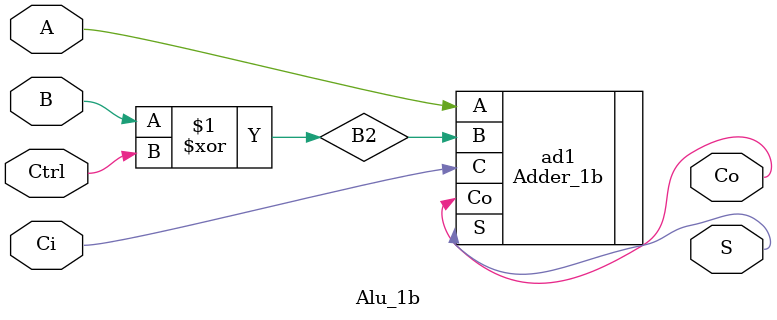
<source format=v>
`timescale 1ns / 1ps
module Alu_1b(
	input wire A,B,Ctrl,Ci,
	output wire S,Co
    );
	 wire B2;
	xor x1(B2, B, Ctrl);
	Adder_1b ad1(
		.A(A),
		.B(B2),
		.C(Ci),
		.S(S),
		.Co(Co)
		);

endmodule

</source>
